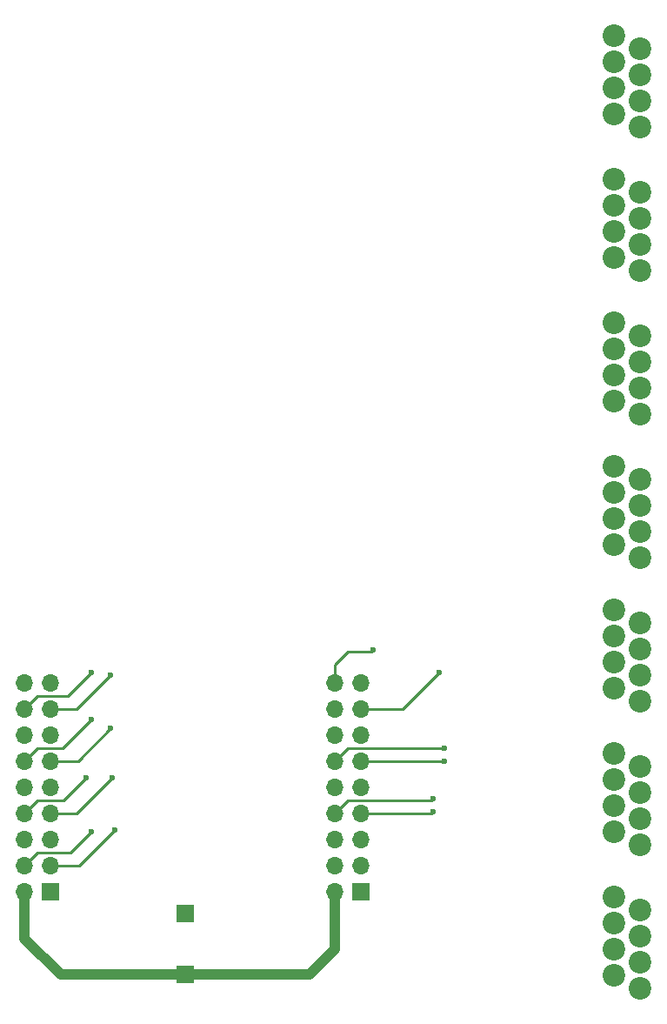
<source format=gtl>
G04 #@! TF.FileFunction,Copper,L1,Top,Signal*
%FSLAX46Y46*%
G04 Gerber Fmt 4.6, Leading zero omitted, Abs format (unit mm)*
G04 Created by KiCad (PCBNEW 4.0.7) date 10/12/18 11:57:34*
%MOMM*%
%LPD*%
G01*
G04 APERTURE LIST*
%ADD10C,0.100000*%
%ADD11R,1.700000X1.700000*%
%ADD12O,1.700000X1.700000*%
%ADD13C,2.200000*%
%ADD14C,0.600000*%
%ADD15C,1.000000*%
%ADD16C,0.250000*%
G04 APERTURE END LIST*
D10*
D11*
X41275000Y-119316500D03*
X41275000Y-113347500D03*
X58420000Y-111252000D03*
D12*
X55880000Y-111252000D03*
X58420000Y-108712000D03*
X55880000Y-108712000D03*
X58420000Y-106172000D03*
X55880000Y-106172000D03*
X58420000Y-103632000D03*
X55880000Y-103632000D03*
X58420000Y-101092000D03*
X55880000Y-101092000D03*
X58420000Y-98552000D03*
X55880000Y-98552000D03*
X58420000Y-96012000D03*
X55880000Y-96012000D03*
X58420000Y-93472000D03*
X55880000Y-93472000D03*
X58420000Y-90932000D03*
X55880000Y-90932000D03*
D11*
X28194000Y-111252000D03*
D12*
X25654000Y-111252000D03*
X28194000Y-108712000D03*
X25654000Y-108712000D03*
X28194000Y-106172000D03*
X25654000Y-106172000D03*
X28194000Y-103632000D03*
X25654000Y-103632000D03*
X28194000Y-101092000D03*
X25654000Y-101092000D03*
X28194000Y-98552000D03*
X25654000Y-98552000D03*
X28194000Y-96012000D03*
X25654000Y-96012000D03*
X28194000Y-93472000D03*
X25654000Y-93472000D03*
X28194000Y-90932000D03*
X25654000Y-90932000D03*
D13*
X83058000Y-35560000D03*
X83058000Y-33020000D03*
X83058000Y-30480000D03*
X83058000Y-27940000D03*
X85598000Y-36830000D03*
X85598000Y-34290000D03*
X85598000Y-31750000D03*
X85598000Y-29210000D03*
X83058000Y-63500000D03*
X83058000Y-60960000D03*
X83058000Y-58420000D03*
X83058000Y-55880000D03*
X85598000Y-64770000D03*
X85598000Y-62230000D03*
X85598000Y-59690000D03*
X85598000Y-57150000D03*
X83058000Y-49530000D03*
X83058000Y-46990000D03*
X83058000Y-44450000D03*
X83058000Y-41910000D03*
X85598000Y-50800000D03*
X85598000Y-48260000D03*
X85598000Y-45720000D03*
X85598000Y-43180000D03*
X83058000Y-77470000D03*
X83058000Y-74930000D03*
X83058000Y-72390000D03*
X83058000Y-69850000D03*
X85598000Y-78740000D03*
X85598000Y-76200000D03*
X85598000Y-73660000D03*
X85598000Y-71120000D03*
X83058000Y-91440000D03*
X83058000Y-88900000D03*
X83058000Y-86360000D03*
X83058000Y-83820000D03*
X85598000Y-92710000D03*
X85598000Y-90170000D03*
X85598000Y-87630000D03*
X85598000Y-85090000D03*
X83058000Y-119380000D03*
X83058000Y-116840000D03*
X83058000Y-114300000D03*
X83058000Y-111760000D03*
X85598000Y-120650000D03*
X85598000Y-118110000D03*
X85598000Y-115570000D03*
X85598000Y-113030000D03*
X83058000Y-105410000D03*
X83058000Y-102870000D03*
X83058000Y-100330000D03*
X83058000Y-97790000D03*
X85598000Y-106680000D03*
X85598000Y-104140000D03*
X85598000Y-101600000D03*
X85598000Y-99060000D03*
D14*
X34417000Y-105283000D03*
X32131000Y-105410000D03*
X65405000Y-103505000D03*
X65405000Y-102235000D03*
X66548000Y-98552000D03*
X66548000Y-97282000D03*
X34163000Y-100203000D03*
X31623000Y-100203000D03*
X34036000Y-95377000D03*
X32131000Y-94488000D03*
X34036000Y-90170000D03*
X32131000Y-89916000D03*
X66040000Y-89916000D03*
X59563000Y-87757000D03*
D15*
X36830000Y-119316500D02*
X29146500Y-119316500D01*
X25654000Y-115824000D02*
X25654000Y-111252000D01*
X29146500Y-119316500D02*
X25654000Y-115824000D01*
X41275000Y-119316500D02*
X53403500Y-119316500D01*
X55880000Y-116840000D02*
X55880000Y-111252000D01*
X53403500Y-119316500D02*
X55880000Y-116840000D01*
X36830000Y-119316500D02*
X41275000Y-119316500D01*
D16*
X34417000Y-105283000D02*
X30988000Y-108712000D01*
X30988000Y-108712000D02*
X28194000Y-108712000D01*
X32131000Y-105410000D02*
X30099000Y-107442000D01*
X30099000Y-107442000D02*
X26924000Y-107442000D01*
X26924000Y-107442000D02*
X25654000Y-108712000D01*
X65278000Y-103632000D02*
X58420000Y-103632000D01*
X65405000Y-103505000D02*
X65278000Y-103632000D01*
X57150000Y-102362000D02*
X55880000Y-103632000D01*
X65278000Y-102362000D02*
X57150000Y-102362000D01*
X65405000Y-102235000D02*
X65278000Y-102362000D01*
X66548000Y-98552000D02*
X58420000Y-98552000D01*
X57150000Y-97282000D02*
X55880000Y-98552000D01*
X66548000Y-97282000D02*
X57150000Y-97282000D01*
X34163000Y-100203000D02*
X30734000Y-103632000D01*
X30734000Y-103632000D02*
X28194000Y-103632000D01*
X31623000Y-100203000D02*
X29464000Y-102362000D01*
X29464000Y-102362000D02*
X26924000Y-102362000D01*
X26924000Y-102362000D02*
X25654000Y-103632000D01*
X28194000Y-98552000D02*
X30861000Y-98552000D01*
X30861000Y-98552000D02*
X34036000Y-95377000D01*
X29337000Y-98552000D02*
X28194000Y-98552000D01*
X29083000Y-97282000D02*
X29337000Y-97282000D01*
X29337000Y-97282000D02*
X32131000Y-94488000D01*
X26924000Y-97282000D02*
X25654000Y-98552000D01*
X29083000Y-97282000D02*
X26924000Y-97282000D01*
X30734000Y-93472000D02*
X28194000Y-93472000D01*
X34036000Y-90170000D02*
X30734000Y-93472000D01*
X32131000Y-89916000D02*
X29845000Y-92202000D01*
X29845000Y-92202000D02*
X26924000Y-92202000D01*
X26924000Y-92202000D02*
X25654000Y-93472000D01*
X62484000Y-93472000D02*
X58420000Y-93472000D01*
X66040000Y-89916000D02*
X62484000Y-93472000D01*
X55880000Y-89154000D02*
X55880000Y-90932000D01*
X57150000Y-87884000D02*
X55880000Y-89154000D01*
X59436000Y-87884000D02*
X57150000Y-87884000D01*
X59563000Y-87757000D02*
X59436000Y-87884000D01*
M02*

</source>
